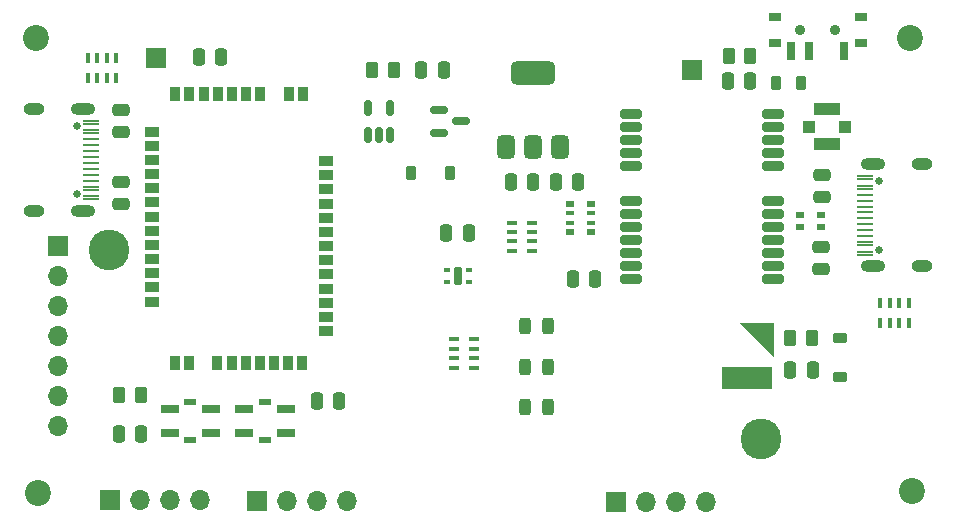
<source format=gbr>
%TF.GenerationSoftware,KiCad,Pcbnew,8.0.0*%
%TF.CreationDate,2024-05-31T13:58:21-05:00*%
%TF.ProjectId,CyberTastic,43796265-7254-4617-9374-69632e6b6963,rev?*%
%TF.SameCoordinates,Original*%
%TF.FileFunction,Soldermask,Top*%
%TF.FilePolarity,Negative*%
%FSLAX46Y46*%
G04 Gerber Fmt 4.6, Leading zero omitted, Abs format (unit mm)*
G04 Created by KiCad (PCBNEW 8.0.0) date 2024-05-31 13:58:21*
%MOMM*%
%LPD*%
G01*
G04 APERTURE LIST*
G04 Aperture macros list*
%AMRoundRect*
0 Rectangle with rounded corners*
0 $1 Rounding radius*
0 $2 $3 $4 $5 $6 $7 $8 $9 X,Y pos of 4 corners*
0 Add a 4 corners polygon primitive as box body*
4,1,4,$2,$3,$4,$5,$6,$7,$8,$9,$2,$3,0*
0 Add four circle primitives for the rounded corners*
1,1,$1+$1,$2,$3*
1,1,$1+$1,$4,$5*
1,1,$1+$1,$6,$7*
1,1,$1+$1,$8,$9*
0 Add four rect primitives between the rounded corners*
20,1,$1+$1,$2,$3,$4,$5,0*
20,1,$1+$1,$4,$5,$6,$7,0*
20,1,$1+$1,$6,$7,$8,$9,0*
20,1,$1+$1,$8,$9,$2,$3,0*%
G04 Aperture macros list end*
%ADD10C,0.000100*%
%ADD11C,3.450000*%
%ADD12RoundRect,0.250000X-0.262500X-0.450000X0.262500X-0.450000X0.262500X0.450000X-0.262500X0.450000X0*%
%ADD13RoundRect,0.225000X-0.375000X0.225000X-0.375000X-0.225000X0.375000X-0.225000X0.375000X0.225000X0*%
%ADD14RoundRect,0.250000X-0.250000X-0.475000X0.250000X-0.475000X0.250000X0.475000X-0.250000X0.475000X0*%
%ADD15RoundRect,0.102000X-2.050000X-0.850000X2.050000X-0.850000X2.050000X0.850000X-2.050000X0.850000X0*%
%ADD16R,1.000000X0.800000*%
%ADD17C,0.900000*%
%ADD18R,0.700000X1.500000*%
%ADD19RoundRect,0.250000X0.262500X0.450000X-0.262500X0.450000X-0.262500X-0.450000X0.262500X-0.450000X0*%
%ADD20RoundRect,0.218750X0.218750X0.381250X-0.218750X0.381250X-0.218750X-0.381250X0.218750X-0.381250X0*%
%ADD21RoundRect,0.250000X0.250000X0.475000X-0.250000X0.475000X-0.250000X-0.475000X0.250000X-0.475000X0*%
%ADD22RoundRect,0.087500X-0.187500X-0.087500X0.187500X-0.087500X0.187500X0.087500X-0.187500X0.087500X0*%
%ADD23RoundRect,0.175000X-0.175000X-0.625000X0.175000X-0.625000X0.175000X0.625000X-0.175000X0.625000X0*%
%ADD24RoundRect,0.200000X0.700000X0.200000X-0.700000X0.200000X-0.700000X-0.200000X0.700000X-0.200000X0*%
%ADD25RoundRect,0.375000X0.375000X-0.625000X0.375000X0.625000X-0.375000X0.625000X-0.375000X-0.625000X0*%
%ADD26RoundRect,0.500000X1.400000X-0.500000X1.400000X0.500000X-1.400000X0.500000X-1.400000X-0.500000X0*%
%ADD27RoundRect,0.150000X0.150000X-0.512500X0.150000X0.512500X-0.150000X0.512500X-0.150000X-0.512500X0*%
%ADD28R,1.300000X0.900000*%
%ADD29R,0.900000X1.300000*%
%ADD30R,1.000000X0.500000*%
%ADD31R,1.500000X0.800000*%
%ADD32R,0.900000X0.400000*%
%ADD33R,0.400000X0.900000*%
%ADD34R,0.800000X0.500000*%
%ADD35R,0.800000X0.400000*%
%ADD36RoundRect,0.150000X-0.587500X-0.150000X0.587500X-0.150000X0.587500X0.150000X-0.587500X0.150000X0*%
%ADD37R,1.700000X1.700000*%
%ADD38O,1.700000X1.700000*%
%ADD39C,0.650000*%
%ADD40R,1.400000X0.250000*%
%ADD41O,2.100000X1.000000*%
%ADD42O,1.800000X1.000000*%
%ADD43R,1.000000X1.000000*%
%ADD44R,2.200000X1.050000*%
%ADD45C,2.200000*%
%ADD46RoundRect,0.243750X0.243750X0.456250X-0.243750X0.456250X-0.243750X-0.456250X0.243750X-0.456250X0*%
%ADD47RoundRect,0.225000X0.225000X0.375000X-0.225000X0.375000X-0.225000X-0.375000X0.225000X-0.375000X0*%
%ADD48RoundRect,0.250000X-0.475000X0.250000X-0.475000X-0.250000X0.475000X-0.250000X0.475000X0.250000X0*%
%ADD49RoundRect,0.250000X0.475000X-0.250000X0.475000X0.250000X-0.475000X0.250000X-0.475000X-0.250000X0*%
G04 APERTURE END LIST*
D10*
%TO.C,BT2*%
X177900000Y-146000000D02*
X175100000Y-143200000D01*
X177900000Y-143200000D01*
X177900000Y-146000000D01*
G36*
X177900000Y-146000000D02*
G01*
X175100000Y-143200000D01*
X177900000Y-143200000D01*
X177900000Y-146000000D01*
G37*
%TD*%
D11*
%TO.C,BT1*%
X121700000Y-137000000D03*
X176900000Y-153000000D03*
%TD*%
D12*
%TO.C,R4*%
X179375000Y-144500000D03*
X181200000Y-144500000D03*
%TD*%
D13*
%TO.C,D5*%
X183600000Y-144495000D03*
X183600000Y-147795000D03*
%TD*%
D14*
%TO.C,C14*%
X179400000Y-147200000D03*
X181300000Y-147200000D03*
%TD*%
D15*
%TO.C,BT2*%
X175750000Y-147850000D03*
%TD*%
D16*
%TO.C,SW3*%
X185350000Y-119510000D03*
X185350000Y-117300000D03*
D17*
X183200000Y-118400000D03*
X180200000Y-118400000D03*
D16*
X178050000Y-119510000D03*
X178050000Y-117300000D03*
D18*
X183950000Y-120160000D03*
X180950000Y-120160000D03*
X179450000Y-120160000D03*
%TD*%
D19*
%TO.C,R3*%
X176000000Y-120600000D03*
X174175000Y-120600000D03*
%TD*%
%TO.C,R2*%
X124400000Y-149300000D03*
X122575000Y-149300000D03*
%TD*%
D20*
%TO.C,L1*%
X180300000Y-122900000D03*
X178175000Y-122900000D03*
%TD*%
D21*
%TO.C,C13*%
X176000000Y-122700000D03*
X174100000Y-122700000D03*
%TD*%
D14*
%TO.C,C12*%
X122550000Y-152600000D03*
X124450000Y-152600000D03*
%TD*%
D22*
%TO.C,U6*%
X150300000Y-138700000D03*
X150300000Y-139700000D03*
X152150000Y-139700000D03*
X152150000Y-138700000D03*
D23*
X151225000Y-139200000D03*
%TD*%
D24*
%TO.C,U4*%
X177900000Y-139500000D03*
X177900000Y-138400000D03*
X177900000Y-137300000D03*
X177900000Y-136200000D03*
X177900000Y-135100000D03*
X177900000Y-134000000D03*
X177900000Y-132900000D03*
X177900000Y-129900000D03*
X177900000Y-128800000D03*
X177900000Y-127700000D03*
X177900000Y-126600000D03*
X177900000Y-125500000D03*
X165900000Y-125500000D03*
X165900000Y-126600000D03*
X165900000Y-127700000D03*
X165900000Y-128800000D03*
X165900000Y-129900000D03*
X165900000Y-132900000D03*
X165900000Y-134000000D03*
X165900000Y-135100000D03*
X165900000Y-136200000D03*
X165900000Y-137300000D03*
X165900000Y-138400000D03*
X165900000Y-139500000D03*
%TD*%
D25*
%TO.C,U3*%
X155300000Y-128300000D03*
X157600000Y-128300000D03*
D26*
X157600000Y-122000000D03*
D25*
X159900000Y-128300000D03*
%TD*%
D27*
%TO.C,U2*%
X143607500Y-127287500D03*
X144557500Y-127287500D03*
X145507500Y-127287500D03*
X145507500Y-125012500D03*
X143607500Y-125012500D03*
%TD*%
D28*
%TO.C,U1*%
X125315000Y-126995000D03*
X125315000Y-128195000D03*
X125315000Y-129395000D03*
X125315000Y-130595000D03*
X125315000Y-131795000D03*
X125315000Y-132995000D03*
X125315000Y-134195000D03*
X125315000Y-135395000D03*
X125315000Y-136595000D03*
X125315000Y-137795000D03*
X125315000Y-138995000D03*
X125315000Y-140195000D03*
X125315000Y-141395000D03*
D29*
X127275000Y-146565000D03*
X128475000Y-146565000D03*
X130875000Y-146565000D03*
X132075000Y-146565000D03*
X133275000Y-146565000D03*
X134475000Y-146565000D03*
X135675000Y-146565000D03*
X136875000Y-146565000D03*
X138075000Y-146565000D03*
D28*
X140055000Y-143895000D03*
X140055000Y-142695000D03*
X140055000Y-141495000D03*
X140055000Y-140295000D03*
X140055000Y-139095000D03*
X140055000Y-137895000D03*
X140055000Y-136695000D03*
X140055000Y-135495000D03*
X140055000Y-134295000D03*
X140055000Y-133095000D03*
X140055000Y-131895000D03*
X140055000Y-130695000D03*
X140055000Y-129495000D03*
D29*
X138115000Y-123825000D03*
X136915000Y-123825000D03*
X134515000Y-123825000D03*
X133315000Y-123825000D03*
X132115000Y-123825000D03*
X130915000Y-123825000D03*
X129715000Y-123825000D03*
X128515000Y-123825000D03*
X127315000Y-123825000D03*
%TD*%
D30*
%TO.C,SW2*%
X128600000Y-149900000D03*
X128600000Y-153100000D03*
D31*
X126850000Y-150500000D03*
X130350000Y-150500000D03*
X126850000Y-152500000D03*
X130350000Y-152500000D03*
%TD*%
D30*
%TO.C,SW1*%
X134900000Y-153100000D03*
X134900000Y-149900000D03*
D31*
X136650000Y-152500000D03*
X133150000Y-152500000D03*
X136650000Y-150500000D03*
X133150000Y-150500000D03*
%TD*%
D32*
%TO.C,RN6*%
X150900000Y-144600000D03*
X150900000Y-145400000D03*
X150900000Y-146200000D03*
X150900000Y-147000000D03*
X152600000Y-147000000D03*
X152600000Y-146200000D03*
X152600000Y-145400000D03*
X152600000Y-144600000D03*
%TD*%
%TO.C,RN5*%
X155800000Y-134700000D03*
X155800000Y-135500000D03*
X155800000Y-136300000D03*
X155800000Y-137100000D03*
X157500000Y-137100000D03*
X157500000Y-136300000D03*
X157500000Y-135500000D03*
X157500000Y-134700000D03*
%TD*%
D33*
%TO.C,RN4*%
X187000000Y-143200000D03*
X187800000Y-143200000D03*
X188600000Y-143200000D03*
X189400000Y-143200000D03*
X189400000Y-141500000D03*
X188600000Y-141500000D03*
X187800000Y-141500000D03*
X187000000Y-141500000D03*
%TD*%
D34*
%TO.C,RN3*%
X160700000Y-135500000D03*
D35*
X160700000Y-134700000D03*
X160700000Y-133900000D03*
D34*
X160700000Y-133100000D03*
X162500000Y-133100000D03*
D35*
X162500000Y-133900000D03*
X162500000Y-134700000D03*
D34*
X162500000Y-135500000D03*
%TD*%
%TO.C,RN2*%
X180200000Y-134100000D03*
X180200000Y-135100000D03*
X182000000Y-135100000D03*
X182000000Y-134100000D03*
%TD*%
D33*
%TO.C,RN1*%
X122300000Y-120800000D03*
X121500000Y-120800000D03*
X120700000Y-120800000D03*
X119900000Y-120800000D03*
X119900000Y-122500000D03*
X120700000Y-122500000D03*
X121500000Y-122500000D03*
X122300000Y-122500000D03*
%TD*%
D12*
%TO.C,R1*%
X143982500Y-121800000D03*
X145807500Y-121800000D03*
%TD*%
D36*
%TO.C,Q1*%
X149607500Y-125187500D03*
X149607500Y-127087500D03*
X151482500Y-126137500D03*
%TD*%
D37*
%TO.C,J9*%
X134200000Y-158260000D03*
D38*
X136740000Y-158260000D03*
X139280000Y-158260000D03*
X141820000Y-158260000D03*
%TD*%
D37*
%TO.C,J8*%
X164600000Y-158400000D03*
D38*
X167140000Y-158400000D03*
X169680000Y-158400000D03*
X172220000Y-158400000D03*
%TD*%
D37*
%TO.C,J7*%
X171100000Y-121800000D03*
%TD*%
%TO.C,J6*%
X125700000Y-120800000D03*
%TD*%
%TO.C,J5*%
X117400000Y-136720000D03*
D38*
X117400000Y-139260000D03*
X117400000Y-141800000D03*
X117400000Y-144340000D03*
X117400000Y-146880000D03*
X117400000Y-149420000D03*
X117400000Y-151960000D03*
%TD*%
D37*
%TO.C,J4*%
X121800000Y-158200000D03*
D38*
X124340000Y-158200000D03*
X126880000Y-158200000D03*
X129420000Y-158200000D03*
%TD*%
D39*
%TO.C,J3*%
X186912500Y-136990000D03*
X186912500Y-131210000D03*
D40*
X185712500Y-137425000D03*
X185712500Y-136625000D03*
X185712500Y-135350000D03*
X185712500Y-134350000D03*
X185712500Y-133850000D03*
X185712500Y-135850000D03*
X185712500Y-131575000D03*
X185712500Y-130775000D03*
X185712500Y-131025000D03*
X185712500Y-131825000D03*
X185712500Y-132350000D03*
X185712500Y-133350000D03*
X185712500Y-134850000D03*
X185712500Y-132850000D03*
X185712500Y-136375000D03*
X185712500Y-137175000D03*
D41*
X186412500Y-138420000D03*
D42*
X190562500Y-138420000D03*
D41*
X186412500Y-129780000D03*
D42*
X190562500Y-129780000D03*
%TD*%
D43*
%TO.C,J2*%
X181000000Y-126600000D03*
D44*
X182500000Y-125125000D03*
D43*
X184000000Y-126600000D03*
D44*
X182500000Y-128075000D03*
%TD*%
D39*
%TO.C,J1*%
X118972500Y-126505000D03*
X118972500Y-132285000D03*
D40*
X120172500Y-126070000D03*
X120172500Y-126870000D03*
X120172500Y-128145000D03*
X120172500Y-129145000D03*
X120172500Y-129645000D03*
X120172500Y-127645000D03*
X120172500Y-131920000D03*
X120172500Y-132720000D03*
X120172500Y-132470000D03*
X120172500Y-131670000D03*
X120172500Y-131145000D03*
X120172500Y-130145000D03*
X120172500Y-128645000D03*
X120172500Y-130645000D03*
X120172500Y-127120000D03*
X120172500Y-126320000D03*
D41*
X119472500Y-125075000D03*
D42*
X115322500Y-125075000D03*
D41*
X119472500Y-133715000D03*
D42*
X115322500Y-133715000D03*
%TD*%
D45*
%TO.C,H4*%
X115700000Y-157600000D03*
%TD*%
%TO.C,H3*%
X189700000Y-157400000D03*
%TD*%
%TO.C,H2*%
X189500000Y-119100000D03*
%TD*%
%TO.C,H1*%
X115500000Y-119100000D03*
%TD*%
D46*
%TO.C,D4*%
X158837500Y-150300000D03*
X156962500Y-150300000D03*
%TD*%
%TO.C,D3*%
X158837500Y-146900000D03*
X156962500Y-146900000D03*
%TD*%
%TO.C,D2*%
X158837500Y-143500000D03*
X156962500Y-143500000D03*
%TD*%
D47*
%TO.C,D1*%
X150600000Y-130500000D03*
X147300000Y-130500000D03*
%TD*%
D21*
%TO.C,C11*%
X152150000Y-135600000D03*
X150250000Y-135600000D03*
%TD*%
%TO.C,C10*%
X141200000Y-149800000D03*
X139300000Y-149800000D03*
%TD*%
%TO.C,C9*%
X162850000Y-139500000D03*
X160950000Y-139500000D03*
%TD*%
D48*
%TO.C,C8*%
X182000000Y-136750000D03*
X182000000Y-138650000D03*
%TD*%
D49*
%TO.C,C7*%
X182050000Y-132550000D03*
X182050000Y-130650000D03*
%TD*%
D14*
%TO.C,C6*%
X129300000Y-120700000D03*
X131200000Y-120700000D03*
%TD*%
D21*
%TO.C,C5*%
X157600000Y-131300000D03*
X155700000Y-131300000D03*
%TD*%
D14*
%TO.C,C4*%
X159550000Y-131300000D03*
X161450000Y-131300000D03*
%TD*%
D21*
%TO.C,C3*%
X150045000Y-121800000D03*
X148145000Y-121800000D03*
%TD*%
D49*
%TO.C,C2*%
X122700000Y-127050000D03*
X122700000Y-125150000D03*
%TD*%
D48*
%TO.C,C1*%
X122700000Y-131250000D03*
X122700000Y-133150000D03*
%TD*%
M02*

</source>
